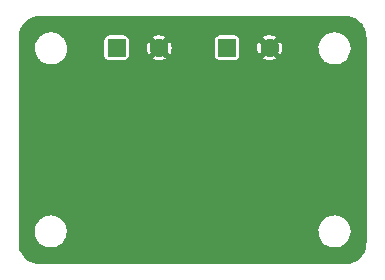
<source format=gbl>
G04 #@! TF.GenerationSoftware,KiCad,Pcbnew,(6.0.7-1)-1*
G04 #@! TF.CreationDate,2024-07-24T16:53:05+03:00*
G04 #@! TF.ProjectId,Thermal,54686572-6d61-46c2-9e6b-696361645f70,rev?*
G04 #@! TF.SameCoordinates,Original*
G04 #@! TF.FileFunction,Copper,L2,Bot*
G04 #@! TF.FilePolarity,Positive*
%FSLAX46Y46*%
G04 Gerber Fmt 4.6, Leading zero omitted, Abs format (unit mm)*
G04 Created by KiCad (PCBNEW (6.0.7-1)-1) date 2024-07-24 16:53:05*
%MOMM*%
%LPD*%
G01*
G04 APERTURE LIST*
G04 Aperture macros list*
%AMRoundRect*
0 Rectangle with rounded corners*
0 $1 Rounding radius*
0 $2 $3 $4 $5 $6 $7 $8 $9 X,Y pos of 4 corners*
0 Add a 4 corners polygon primitive as box body*
4,1,4,$2,$3,$4,$5,$6,$7,$8,$9,$2,$3,0*
0 Add four circle primitives for the rounded corners*
1,1,$1+$1,$2,$3*
1,1,$1+$1,$4,$5*
1,1,$1+$1,$6,$7*
1,1,$1+$1,$8,$9*
0 Add four rect primitives between the rounded corners*
20,1,$1+$1,$2,$3,$4,$5,0*
20,1,$1+$1,$4,$5,$6,$7,0*
20,1,$1+$1,$6,$7,$8,$9,0*
20,1,$1+$1,$8,$9,$2,$3,0*%
G04 Aperture macros list end*
G04 #@! TA.AperFunction,ComponentPad*
%ADD10RoundRect,0.250000X-0.550000X-0.550000X0.550000X-0.550000X0.550000X0.550000X-0.550000X0.550000X0*%
G04 #@! TD*
G04 #@! TA.AperFunction,ComponentPad*
%ADD11C,1.600000*%
G04 #@! TD*
G04 APERTURE END LIST*
D10*
X402900000Y-93950000D03*
D11*
X406500000Y-93950000D03*
D10*
X393550000Y-93950000D03*
D11*
X397150000Y-93950000D03*
G04 #@! TA.AperFunction,Conductor*
G36*
X412950903Y-91256921D02*
G01*
X412963800Y-91259486D01*
X412975972Y-91257065D01*
X412988379Y-91257065D01*
X412988379Y-91257705D01*
X412999158Y-91257029D01*
X413183048Y-91270181D01*
X413203220Y-91271624D01*
X413221014Y-91274182D01*
X413446760Y-91323290D01*
X413464009Y-91328355D01*
X413519156Y-91348923D01*
X413680470Y-91409090D01*
X413696817Y-91416556D01*
X413899582Y-91527275D01*
X413914705Y-91536994D01*
X414099648Y-91675441D01*
X414113234Y-91687214D01*
X414276586Y-91850566D01*
X414288359Y-91864152D01*
X414426806Y-92049095D01*
X414436525Y-92064218D01*
X414547244Y-92266983D01*
X414554710Y-92283330D01*
X414614877Y-92444644D01*
X414635445Y-92499791D01*
X414640510Y-92517040D01*
X414689618Y-92742786D01*
X414692176Y-92760580D01*
X414706547Y-92961505D01*
X414706771Y-92964639D01*
X414706095Y-92975421D01*
X414706735Y-92975421D01*
X414706735Y-92987828D01*
X414704314Y-93000000D01*
X414706735Y-93012170D01*
X414706879Y-93012894D01*
X414709300Y-93037476D01*
X414709300Y-110462524D01*
X414706879Y-110487103D01*
X414704314Y-110500000D01*
X414706735Y-110512172D01*
X414706735Y-110524579D01*
X414706095Y-110524579D01*
X414706771Y-110535358D01*
X414696441Y-110679788D01*
X414692176Y-110739420D01*
X414689618Y-110757214D01*
X414640510Y-110982960D01*
X414635445Y-111000209D01*
X414554710Y-111216670D01*
X414547244Y-111233017D01*
X414436525Y-111435782D01*
X414426806Y-111450905D01*
X414288359Y-111635848D01*
X414276586Y-111649434D01*
X414113234Y-111812786D01*
X414099648Y-111824559D01*
X413914705Y-111963006D01*
X413899582Y-111972725D01*
X413696817Y-112083444D01*
X413680470Y-112090910D01*
X413519156Y-112151077D01*
X413464009Y-112171645D01*
X413446760Y-112176710D01*
X413221014Y-112225818D01*
X413203220Y-112228376D01*
X413183048Y-112229819D01*
X412999158Y-112242971D01*
X412988379Y-112242295D01*
X412988379Y-112242935D01*
X412975972Y-112242935D01*
X412963800Y-112240514D01*
X412950903Y-112243079D01*
X412926324Y-112245500D01*
X387037476Y-112245500D01*
X387012897Y-112243079D01*
X387000000Y-112240514D01*
X386987828Y-112242935D01*
X386975421Y-112242935D01*
X386975421Y-112242295D01*
X386964642Y-112242971D01*
X386780752Y-112229819D01*
X386760580Y-112228376D01*
X386742786Y-112225818D01*
X386517040Y-112176710D01*
X386499791Y-112171645D01*
X386444644Y-112151077D01*
X386283330Y-112090910D01*
X386266983Y-112083444D01*
X386064218Y-111972725D01*
X386049095Y-111963006D01*
X385864152Y-111824559D01*
X385850566Y-111812786D01*
X385687214Y-111649434D01*
X385675441Y-111635848D01*
X385536994Y-111450905D01*
X385527275Y-111435782D01*
X385416556Y-111233017D01*
X385409090Y-111216670D01*
X385328355Y-111000209D01*
X385323290Y-110982960D01*
X385274182Y-110757214D01*
X385271624Y-110739420D01*
X385267359Y-110679788D01*
X385257029Y-110535358D01*
X385257705Y-110524579D01*
X385257065Y-110524579D01*
X385257065Y-110512172D01*
X385259486Y-110500000D01*
X385256921Y-110487103D01*
X385254500Y-110462524D01*
X385254500Y-109435964D01*
X386605912Y-109435964D01*
X386606112Y-109441292D01*
X386606112Y-109441294D01*
X386608264Y-109498599D01*
X386607505Y-109498628D01*
X386607834Y-109500016D01*
X386608140Y-109499989D01*
X386608174Y-109500377D01*
X386608265Y-109501838D01*
X386608323Y-109502085D01*
X386608448Y-109503507D01*
X386614536Y-109665669D01*
X386615631Y-109670888D01*
X386628428Y-109731879D01*
X386627661Y-109732040D01*
X386628641Y-109734316D01*
X386628737Y-109735408D01*
X386630161Y-109740722D01*
X386630264Y-109741307D01*
X386631435Y-109746210D01*
X386661739Y-109890637D01*
X386687165Y-109955021D01*
X386687775Y-109956566D01*
X386688524Y-109958541D01*
X386689897Y-109963663D01*
X386692222Y-109968649D01*
X386692223Y-109968651D01*
X386692747Y-109969775D01*
X386695734Y-109976717D01*
X386746172Y-110104436D01*
X386783073Y-110165246D01*
X386784611Y-110168126D01*
X386784690Y-110168080D01*
X386787439Y-110172841D01*
X386789765Y-110177829D01*
X386792922Y-110182337D01*
X386792924Y-110182341D01*
X386794474Y-110184555D01*
X386798981Y-110191462D01*
X386814079Y-110216342D01*
X386865421Y-110300952D01*
X386868916Y-110304979D01*
X386868917Y-110304981D01*
X386915793Y-110359000D01*
X386919355Y-110363563D01*
X386922147Y-110366890D01*
X386925305Y-110371401D01*
X386931591Y-110377687D01*
X386937661Y-110384201D01*
X387016076Y-110474566D01*
X387020207Y-110477953D01*
X387080109Y-110527070D01*
X387087374Y-110533652D01*
X387088506Y-110534602D01*
X387092399Y-110538495D01*
X387096903Y-110541649D01*
X387096908Y-110541653D01*
X387099736Y-110543633D01*
X387107354Y-110549410D01*
X387189701Y-110616931D01*
X387189707Y-110616935D01*
X387193829Y-110620315D01*
X387198468Y-110622955D01*
X387198467Y-110622955D01*
X387271155Y-110664331D01*
X387281096Y-110670622D01*
X387281460Y-110670877D01*
X387281467Y-110670881D01*
X387285971Y-110674035D01*
X387290955Y-110676359D01*
X387290960Y-110676362D01*
X387293675Y-110677628D01*
X387302752Y-110682318D01*
X387346861Y-110707426D01*
X387393598Y-110734030D01*
X387457468Y-110757214D01*
X387483298Y-110766590D01*
X387493553Y-110770833D01*
X387495148Y-110771577D01*
X387495150Y-110771578D01*
X387500137Y-110773903D01*
X387505453Y-110775327D01*
X387505455Y-110775328D01*
X387506519Y-110775613D01*
X387507502Y-110775876D01*
X387517881Y-110779143D01*
X387609671Y-110812461D01*
X387710243Y-110830648D01*
X387720416Y-110832926D01*
X387728392Y-110835063D01*
X387734790Y-110835623D01*
X387746212Y-110837152D01*
X387835869Y-110853364D01*
X387840008Y-110853559D01*
X387840015Y-110853560D01*
X387858470Y-110854430D01*
X387858477Y-110854430D01*
X387859958Y-110854500D01*
X388021512Y-110854500D01*
X388101244Y-110847735D01*
X388187533Y-110840413D01*
X388187537Y-110840412D01*
X388192844Y-110839962D01*
X388197999Y-110838624D01*
X388198005Y-110838623D01*
X388410168Y-110783556D01*
X388410167Y-110783556D01*
X388415339Y-110782214D01*
X388562212Y-110716052D01*
X388620062Y-110689993D01*
X388620065Y-110689992D01*
X388624923Y-110687803D01*
X388815603Y-110559430D01*
X388842626Y-110533652D01*
X388978071Y-110404443D01*
X388981928Y-110400764D01*
X389119142Y-110216342D01*
X389135304Y-110184555D01*
X389220902Y-110016194D01*
X389220902Y-110016193D01*
X389223320Y-110011438D01*
X389291485Y-109791911D01*
X389321688Y-109564036D01*
X389319336Y-109501401D01*
X389320095Y-109501372D01*
X389319766Y-109499984D01*
X389319460Y-109500011D01*
X389319426Y-109499623D01*
X389319335Y-109498162D01*
X389319277Y-109497915D01*
X389319152Y-109496493D01*
X389316880Y-109435964D01*
X410642112Y-109435964D01*
X410642312Y-109441292D01*
X410642312Y-109441294D01*
X410644464Y-109498599D01*
X410643705Y-109498628D01*
X410644034Y-109500016D01*
X410644340Y-109499989D01*
X410644374Y-109500377D01*
X410644465Y-109501838D01*
X410644523Y-109502085D01*
X410644648Y-109503507D01*
X410650736Y-109665669D01*
X410651831Y-109670888D01*
X410664628Y-109731879D01*
X410663861Y-109732040D01*
X410664841Y-109734316D01*
X410664937Y-109735408D01*
X410666361Y-109740722D01*
X410666464Y-109741307D01*
X410667635Y-109746210D01*
X410697939Y-109890637D01*
X410723365Y-109955021D01*
X410723975Y-109956566D01*
X410724724Y-109958541D01*
X410726097Y-109963663D01*
X410728422Y-109968649D01*
X410728423Y-109968651D01*
X410728947Y-109969775D01*
X410731934Y-109976717D01*
X410782372Y-110104436D01*
X410819273Y-110165246D01*
X410820811Y-110168126D01*
X410820890Y-110168080D01*
X410823639Y-110172841D01*
X410825965Y-110177829D01*
X410829122Y-110182337D01*
X410829124Y-110182341D01*
X410830674Y-110184555D01*
X410835181Y-110191462D01*
X410850279Y-110216342D01*
X410901621Y-110300952D01*
X410905116Y-110304979D01*
X410905117Y-110304981D01*
X410951993Y-110359000D01*
X410955555Y-110363563D01*
X410958347Y-110366890D01*
X410961505Y-110371401D01*
X410967791Y-110377687D01*
X410973861Y-110384201D01*
X411052276Y-110474566D01*
X411056407Y-110477953D01*
X411116309Y-110527070D01*
X411123574Y-110533652D01*
X411124706Y-110534602D01*
X411128599Y-110538495D01*
X411133103Y-110541649D01*
X411133108Y-110541653D01*
X411135936Y-110543633D01*
X411143554Y-110549410D01*
X411225901Y-110616931D01*
X411225907Y-110616935D01*
X411230029Y-110620315D01*
X411234668Y-110622955D01*
X411234667Y-110622955D01*
X411307355Y-110664331D01*
X411317296Y-110670622D01*
X411317660Y-110670877D01*
X411317667Y-110670881D01*
X411322171Y-110674035D01*
X411327155Y-110676359D01*
X411327160Y-110676362D01*
X411329875Y-110677628D01*
X411338952Y-110682318D01*
X411383061Y-110707426D01*
X411429798Y-110734030D01*
X411493668Y-110757214D01*
X411519498Y-110766590D01*
X411529753Y-110770833D01*
X411531348Y-110771577D01*
X411531350Y-110771578D01*
X411536337Y-110773903D01*
X411541653Y-110775327D01*
X411541655Y-110775328D01*
X411542719Y-110775613D01*
X411543702Y-110775876D01*
X411554081Y-110779143D01*
X411645871Y-110812461D01*
X411746443Y-110830648D01*
X411756616Y-110832926D01*
X411764592Y-110835063D01*
X411770990Y-110835623D01*
X411782412Y-110837152D01*
X411872069Y-110853364D01*
X411876208Y-110853559D01*
X411876215Y-110853560D01*
X411894670Y-110854430D01*
X411894677Y-110854430D01*
X411896158Y-110854500D01*
X412057712Y-110854500D01*
X412137444Y-110847735D01*
X412223733Y-110840413D01*
X412223737Y-110840412D01*
X412229044Y-110839962D01*
X412234199Y-110838624D01*
X412234205Y-110838623D01*
X412446368Y-110783556D01*
X412446367Y-110783556D01*
X412451539Y-110782214D01*
X412598412Y-110716052D01*
X412656262Y-110689993D01*
X412656265Y-110689992D01*
X412661123Y-110687803D01*
X412851803Y-110559430D01*
X412878826Y-110533652D01*
X413014271Y-110404443D01*
X413018128Y-110400764D01*
X413155342Y-110216342D01*
X413171504Y-110184555D01*
X413257102Y-110016194D01*
X413257102Y-110016193D01*
X413259520Y-110011438D01*
X413327685Y-109791911D01*
X413357888Y-109564036D01*
X413355536Y-109501401D01*
X413356295Y-109501372D01*
X413355966Y-109499984D01*
X413355660Y-109500011D01*
X413355626Y-109499623D01*
X413355535Y-109498162D01*
X413355477Y-109497915D01*
X413355352Y-109496493D01*
X413349264Y-109334331D01*
X413335372Y-109268121D01*
X413336139Y-109267960D01*
X413335159Y-109265684D01*
X413335063Y-109264592D01*
X413333639Y-109259278D01*
X413333536Y-109258693D01*
X413332362Y-109253778D01*
X413323886Y-109213378D01*
X413302061Y-109109363D01*
X413276025Y-109043434D01*
X413275276Y-109041459D01*
X413273903Y-109036337D01*
X413271053Y-109030225D01*
X413268066Y-109023283D01*
X413217628Y-108895564D01*
X413180727Y-108834754D01*
X413179189Y-108831874D01*
X413179110Y-108831920D01*
X413176361Y-108827159D01*
X413174035Y-108822171D01*
X413170876Y-108817659D01*
X413169326Y-108815445D01*
X413164819Y-108808538D01*
X413101147Y-108703609D01*
X413101145Y-108703606D01*
X413098379Y-108699048D01*
X413048007Y-108641000D01*
X413044445Y-108636437D01*
X413041653Y-108633110D01*
X413038495Y-108628599D01*
X413032209Y-108622313D01*
X413026139Y-108615799D01*
X412951224Y-108529467D01*
X412951222Y-108529465D01*
X412947724Y-108525434D01*
X412883692Y-108472930D01*
X412876426Y-108466348D01*
X412875294Y-108465398D01*
X412871401Y-108461505D01*
X412866897Y-108458351D01*
X412866892Y-108458347D01*
X412864064Y-108456367D01*
X412856446Y-108450590D01*
X412774099Y-108383069D01*
X412774093Y-108383065D01*
X412769971Y-108379685D01*
X412692645Y-108335669D01*
X412682704Y-108329378D01*
X412682340Y-108329123D01*
X412682333Y-108329119D01*
X412677829Y-108325965D01*
X412672845Y-108323641D01*
X412672840Y-108323638D01*
X412670125Y-108322372D01*
X412661048Y-108317682D01*
X412616939Y-108292574D01*
X412570202Y-108265970D01*
X412480502Y-108233410D01*
X412470247Y-108229167D01*
X412468652Y-108228423D01*
X412468650Y-108228422D01*
X412463663Y-108226097D01*
X412458347Y-108224673D01*
X412458345Y-108224672D01*
X412457281Y-108224387D01*
X412456298Y-108224124D01*
X412445919Y-108220857D01*
X412354129Y-108187539D01*
X412253557Y-108169352D01*
X412243384Y-108167074D01*
X412235408Y-108164937D01*
X412229010Y-108164377D01*
X412217588Y-108162848D01*
X412127931Y-108146636D01*
X412123792Y-108146441D01*
X412123785Y-108146440D01*
X412105330Y-108145570D01*
X412105323Y-108145570D01*
X412103842Y-108145500D01*
X411942288Y-108145500D01*
X411862556Y-108152265D01*
X411776267Y-108159587D01*
X411776263Y-108159588D01*
X411770956Y-108160038D01*
X411765801Y-108161376D01*
X411765795Y-108161377D01*
X411593058Y-108206211D01*
X411548461Y-108217786D01*
X411441497Y-108265970D01*
X411343738Y-108310007D01*
X411343735Y-108310008D01*
X411338877Y-108312197D01*
X411148197Y-108440570D01*
X411144340Y-108444249D01*
X411144338Y-108444251D01*
X411118404Y-108468991D01*
X410981872Y-108599236D01*
X410844658Y-108783658D01*
X410842242Y-108788409D01*
X410842240Y-108788413D01*
X410742898Y-108983806D01*
X410740480Y-108988562D01*
X410672315Y-109208089D01*
X410642112Y-109435964D01*
X389316880Y-109435964D01*
X389313064Y-109334331D01*
X389299172Y-109268121D01*
X389299939Y-109267960D01*
X389298959Y-109265684D01*
X389298863Y-109264592D01*
X389297439Y-109259278D01*
X389297336Y-109258693D01*
X389296162Y-109253778D01*
X389287686Y-109213378D01*
X389265861Y-109109363D01*
X389239825Y-109043434D01*
X389239076Y-109041459D01*
X389237703Y-109036337D01*
X389234853Y-109030225D01*
X389231866Y-109023283D01*
X389181428Y-108895564D01*
X389144527Y-108834754D01*
X389142989Y-108831874D01*
X389142910Y-108831920D01*
X389140161Y-108827159D01*
X389137835Y-108822171D01*
X389134676Y-108817659D01*
X389133126Y-108815445D01*
X389128619Y-108808538D01*
X389064947Y-108703609D01*
X389064945Y-108703606D01*
X389062179Y-108699048D01*
X389011807Y-108641000D01*
X389008245Y-108636437D01*
X389005453Y-108633110D01*
X389002295Y-108628599D01*
X388996009Y-108622313D01*
X388989939Y-108615799D01*
X388915024Y-108529467D01*
X388915022Y-108529465D01*
X388911524Y-108525434D01*
X388847492Y-108472930D01*
X388840226Y-108466348D01*
X388839094Y-108465398D01*
X388835201Y-108461505D01*
X388830697Y-108458351D01*
X388830692Y-108458347D01*
X388827864Y-108456367D01*
X388820246Y-108450590D01*
X388737899Y-108383069D01*
X388737893Y-108383065D01*
X388733771Y-108379685D01*
X388656445Y-108335669D01*
X388646504Y-108329378D01*
X388646140Y-108329123D01*
X388646133Y-108329119D01*
X388641629Y-108325965D01*
X388636645Y-108323641D01*
X388636640Y-108323638D01*
X388633925Y-108322372D01*
X388624848Y-108317682D01*
X388580739Y-108292574D01*
X388534002Y-108265970D01*
X388444302Y-108233410D01*
X388434047Y-108229167D01*
X388432452Y-108228423D01*
X388432450Y-108228422D01*
X388427463Y-108226097D01*
X388422147Y-108224673D01*
X388422145Y-108224672D01*
X388421081Y-108224387D01*
X388420098Y-108224124D01*
X388409719Y-108220857D01*
X388317929Y-108187539D01*
X388217357Y-108169352D01*
X388207184Y-108167074D01*
X388199208Y-108164937D01*
X388192810Y-108164377D01*
X388181388Y-108162848D01*
X388091731Y-108146636D01*
X388087592Y-108146441D01*
X388087585Y-108146440D01*
X388069130Y-108145570D01*
X388069123Y-108145570D01*
X388067642Y-108145500D01*
X387906088Y-108145500D01*
X387826356Y-108152265D01*
X387740067Y-108159587D01*
X387740063Y-108159588D01*
X387734756Y-108160038D01*
X387729601Y-108161376D01*
X387729595Y-108161377D01*
X387556858Y-108206211D01*
X387512261Y-108217786D01*
X387405297Y-108265970D01*
X387307538Y-108310007D01*
X387307535Y-108310008D01*
X387302677Y-108312197D01*
X387111997Y-108440570D01*
X387108140Y-108444249D01*
X387108138Y-108444251D01*
X387082204Y-108468991D01*
X386945672Y-108599236D01*
X386808458Y-108783658D01*
X386806042Y-108788409D01*
X386806040Y-108788413D01*
X386706698Y-108983806D01*
X386704280Y-108988562D01*
X386636115Y-109208089D01*
X386605912Y-109435964D01*
X385254500Y-109435964D01*
X385254500Y-93935964D01*
X386642112Y-93935964D01*
X386642312Y-93941292D01*
X386642312Y-93941294D01*
X386644464Y-93998599D01*
X386643705Y-93998628D01*
X386644034Y-94000016D01*
X386644340Y-93999989D01*
X386644374Y-94000377D01*
X386644465Y-94001838D01*
X386644523Y-94002085D01*
X386644648Y-94003507D01*
X386650736Y-94165669D01*
X386651831Y-94170888D01*
X386664628Y-94231879D01*
X386663861Y-94232040D01*
X386664841Y-94234316D01*
X386664937Y-94235408D01*
X386666361Y-94240722D01*
X386666464Y-94241307D01*
X386667635Y-94246210D01*
X386697939Y-94390637D01*
X386723365Y-94455021D01*
X386723975Y-94456566D01*
X386724724Y-94458541D01*
X386726097Y-94463663D01*
X386728420Y-94468644D01*
X386728947Y-94469775D01*
X386731934Y-94476717D01*
X386782372Y-94604436D01*
X386819273Y-94665246D01*
X386820811Y-94668126D01*
X386820890Y-94668080D01*
X386823639Y-94672841D01*
X386825965Y-94677829D01*
X386829122Y-94682337D01*
X386829124Y-94682341D01*
X386830674Y-94684555D01*
X386835181Y-94691462D01*
X386871884Y-94751946D01*
X386901621Y-94800952D01*
X386905116Y-94804979D01*
X386905117Y-94804981D01*
X386951993Y-94859000D01*
X386955555Y-94863563D01*
X386958347Y-94866890D01*
X386961505Y-94871401D01*
X386967791Y-94877687D01*
X386973861Y-94884201D01*
X387023747Y-94941689D01*
X387052276Y-94974566D01*
X387081650Y-94998651D01*
X387116309Y-95027070D01*
X387123574Y-95033652D01*
X387124706Y-95034602D01*
X387128599Y-95038495D01*
X387133103Y-95041649D01*
X387133108Y-95041653D01*
X387135936Y-95043633D01*
X387143554Y-95049410D01*
X387225901Y-95116931D01*
X387225907Y-95116935D01*
X387230029Y-95120315D01*
X387234668Y-95122955D01*
X387234667Y-95122955D01*
X387307355Y-95164331D01*
X387317296Y-95170622D01*
X387317660Y-95170877D01*
X387317667Y-95170881D01*
X387322171Y-95174035D01*
X387327155Y-95176359D01*
X387327160Y-95176362D01*
X387329875Y-95177628D01*
X387338952Y-95182318D01*
X387383061Y-95207426D01*
X387429798Y-95234030D01*
X387519498Y-95266590D01*
X387529753Y-95270833D01*
X387531348Y-95271577D01*
X387531350Y-95271578D01*
X387536337Y-95273903D01*
X387541653Y-95275327D01*
X387541655Y-95275328D01*
X387542719Y-95275613D01*
X387543702Y-95275876D01*
X387554081Y-95279143D01*
X387645871Y-95312461D01*
X387746443Y-95330648D01*
X387756616Y-95332926D01*
X387764592Y-95335063D01*
X387770990Y-95335623D01*
X387782412Y-95337152D01*
X387872069Y-95353364D01*
X387876208Y-95353559D01*
X387876215Y-95353560D01*
X387894670Y-95354430D01*
X387894677Y-95354430D01*
X387896158Y-95354500D01*
X388057712Y-95354500D01*
X388137444Y-95347735D01*
X388223733Y-95340413D01*
X388223737Y-95340412D01*
X388229044Y-95339962D01*
X388234199Y-95338624D01*
X388234205Y-95338623D01*
X388446368Y-95283556D01*
X388446367Y-95283556D01*
X388451539Y-95282214D01*
X388598412Y-95216052D01*
X388656262Y-95189993D01*
X388656265Y-95189992D01*
X388661123Y-95187803D01*
X388851803Y-95059430D01*
X388878826Y-95033652D01*
X388944991Y-94970533D01*
X389018128Y-94900764D01*
X389046007Y-94863294D01*
X389152156Y-94720624D01*
X389155342Y-94716342D01*
X389171504Y-94684555D01*
X389241055Y-94547756D01*
X392495500Y-94547756D01*
X392502202Y-94609448D01*
X392552929Y-94744764D01*
X392558309Y-94751943D01*
X392558311Y-94751946D01*
X392591621Y-94796391D01*
X392639596Y-94860404D01*
X392646776Y-94865785D01*
X392748054Y-94941689D01*
X392748057Y-94941691D01*
X392755236Y-94947071D01*
X392817822Y-94970533D01*
X392883157Y-94995026D01*
X392883159Y-94995026D01*
X392890552Y-94997798D01*
X392898402Y-94998651D01*
X392898403Y-94998651D01*
X392948847Y-95004131D01*
X392952244Y-95004500D01*
X394147756Y-95004500D01*
X394151153Y-95004131D01*
X394201597Y-94998651D01*
X394201598Y-94998651D01*
X394209448Y-94997798D01*
X394216841Y-94995026D01*
X394216843Y-94995026D01*
X394282178Y-94970533D01*
X394344764Y-94947071D01*
X394351943Y-94941691D01*
X394351946Y-94941689D01*
X394453224Y-94865785D01*
X394460404Y-94860404D01*
X394465999Y-94852938D01*
X396611892Y-94852938D01*
X396616801Y-94859496D01*
X396720612Y-94917514D01*
X396731851Y-94922424D01*
X396916715Y-94982490D01*
X396928689Y-94985123D01*
X397121708Y-95008139D01*
X397133957Y-95008396D01*
X397327769Y-94993483D01*
X397339849Y-94991352D01*
X397527061Y-94939081D01*
X397538494Y-94934647D01*
X397679749Y-94863294D01*
X397690033Y-94853649D01*
X397687795Y-94847005D01*
X397388546Y-94547756D01*
X401845500Y-94547756D01*
X401852202Y-94609448D01*
X401902929Y-94744764D01*
X401908309Y-94751943D01*
X401908311Y-94751946D01*
X401941621Y-94796391D01*
X401989596Y-94860404D01*
X401996776Y-94865785D01*
X402098054Y-94941689D01*
X402098057Y-94941691D01*
X402105236Y-94947071D01*
X402167822Y-94970533D01*
X402233157Y-94995026D01*
X402233159Y-94995026D01*
X402240552Y-94997798D01*
X402248402Y-94998651D01*
X402248403Y-94998651D01*
X402298847Y-95004131D01*
X402302244Y-95004500D01*
X403497756Y-95004500D01*
X403501153Y-95004131D01*
X403551597Y-94998651D01*
X403551598Y-94998651D01*
X403559448Y-94997798D01*
X403566841Y-94995026D01*
X403566843Y-94995026D01*
X403632178Y-94970533D01*
X403694764Y-94947071D01*
X403701943Y-94941691D01*
X403701946Y-94941689D01*
X403803224Y-94865785D01*
X403810404Y-94860404D01*
X403815999Y-94852938D01*
X405961892Y-94852938D01*
X405966801Y-94859496D01*
X406070612Y-94917514D01*
X406081851Y-94922424D01*
X406266715Y-94982490D01*
X406278689Y-94985123D01*
X406471708Y-95008139D01*
X406483957Y-95008396D01*
X406677769Y-94993483D01*
X406689849Y-94991352D01*
X406877061Y-94939081D01*
X406888494Y-94934647D01*
X407029749Y-94863294D01*
X407040033Y-94853649D01*
X407037795Y-94847005D01*
X406512812Y-94322022D01*
X406498868Y-94314408D01*
X406497035Y-94314539D01*
X406490420Y-94318790D01*
X405968652Y-94840558D01*
X405961892Y-94852938D01*
X403815999Y-94852938D01*
X403858379Y-94796391D01*
X403891689Y-94751946D01*
X403891691Y-94751943D01*
X403897071Y-94744764D01*
X403947798Y-94609448D01*
X403954500Y-94547756D01*
X403954500Y-93941357D01*
X405441519Y-93941357D01*
X405457783Y-94135049D01*
X405459997Y-94147108D01*
X405513576Y-94333961D01*
X405518089Y-94345358D01*
X405586984Y-94479414D01*
X405596701Y-94489632D01*
X405603502Y-94487288D01*
X406127978Y-93962812D01*
X406134356Y-93951132D01*
X406864408Y-93951132D01*
X406864539Y-93952965D01*
X406868790Y-93959580D01*
X407390401Y-94481191D01*
X407402781Y-94487951D01*
X407409515Y-94482910D01*
X407464490Y-94386138D01*
X407469483Y-94374922D01*
X407530834Y-94190494D01*
X407533554Y-94178523D01*
X407558244Y-93983075D01*
X407558736Y-93976048D01*
X407559051Y-93953523D01*
X407558756Y-93946494D01*
X407557724Y-93935964D01*
X410642112Y-93935964D01*
X410642312Y-93941292D01*
X410642312Y-93941294D01*
X410644464Y-93998599D01*
X410643705Y-93998628D01*
X410644034Y-94000016D01*
X410644340Y-93999989D01*
X410644374Y-94000377D01*
X410644465Y-94001838D01*
X410644523Y-94002085D01*
X410644648Y-94003507D01*
X410650736Y-94165669D01*
X410651831Y-94170888D01*
X410664628Y-94231879D01*
X410663861Y-94232040D01*
X410664841Y-94234316D01*
X410664937Y-94235408D01*
X410666361Y-94240722D01*
X410666464Y-94241307D01*
X410667635Y-94246210D01*
X410697939Y-94390637D01*
X410723365Y-94455021D01*
X410723975Y-94456566D01*
X410724724Y-94458541D01*
X410726097Y-94463663D01*
X410728420Y-94468644D01*
X410728947Y-94469775D01*
X410731934Y-94476717D01*
X410782372Y-94604436D01*
X410819273Y-94665246D01*
X410820811Y-94668126D01*
X410820890Y-94668080D01*
X410823639Y-94672841D01*
X410825965Y-94677829D01*
X410829122Y-94682337D01*
X410829124Y-94682341D01*
X410830674Y-94684555D01*
X410835181Y-94691462D01*
X410871884Y-94751946D01*
X410901621Y-94800952D01*
X410905116Y-94804979D01*
X410905117Y-94804981D01*
X410951993Y-94859000D01*
X410955555Y-94863563D01*
X410958347Y-94866890D01*
X410961505Y-94871401D01*
X410967791Y-94877687D01*
X410973861Y-94884201D01*
X411023747Y-94941689D01*
X411052276Y-94974566D01*
X411081650Y-94998651D01*
X411116309Y-95027070D01*
X411123574Y-95033652D01*
X411124706Y-95034602D01*
X411128599Y-95038495D01*
X411133103Y-95041649D01*
X411133108Y-95041653D01*
X411135936Y-95043633D01*
X411143554Y-95049410D01*
X411225901Y-95116931D01*
X411225907Y-95116935D01*
X411230029Y-95120315D01*
X411234668Y-95122955D01*
X411234667Y-95122955D01*
X411307355Y-95164331D01*
X411317296Y-95170622D01*
X411317660Y-95170877D01*
X411317667Y-95170881D01*
X411322171Y-95174035D01*
X411327155Y-95176359D01*
X411327160Y-95176362D01*
X411329875Y-95177628D01*
X411338952Y-95182318D01*
X411383061Y-95207426D01*
X411429798Y-95234030D01*
X411519498Y-95266590D01*
X411529753Y-95270833D01*
X411531348Y-95271577D01*
X411531350Y-95271578D01*
X411536337Y-95273903D01*
X411541653Y-95275327D01*
X411541655Y-95275328D01*
X411542719Y-95275613D01*
X411543702Y-95275876D01*
X411554081Y-95279143D01*
X411645871Y-95312461D01*
X411746443Y-95330648D01*
X411756616Y-95332926D01*
X411764592Y-95335063D01*
X411770990Y-95335623D01*
X411782412Y-95337152D01*
X411872069Y-95353364D01*
X411876208Y-95353559D01*
X411876215Y-95353560D01*
X411894670Y-95354430D01*
X411894677Y-95354430D01*
X411896158Y-95354500D01*
X412057712Y-95354500D01*
X412137444Y-95347735D01*
X412223733Y-95340413D01*
X412223737Y-95340412D01*
X412229044Y-95339962D01*
X412234199Y-95338624D01*
X412234205Y-95338623D01*
X412446368Y-95283556D01*
X412446367Y-95283556D01*
X412451539Y-95282214D01*
X412598412Y-95216052D01*
X412656262Y-95189993D01*
X412656265Y-95189992D01*
X412661123Y-95187803D01*
X412851803Y-95059430D01*
X412878826Y-95033652D01*
X412944991Y-94970533D01*
X413018128Y-94900764D01*
X413046007Y-94863294D01*
X413152156Y-94720624D01*
X413155342Y-94716342D01*
X413171504Y-94684555D01*
X413257102Y-94516194D01*
X413257102Y-94516193D01*
X413259520Y-94511438D01*
X413320659Y-94314539D01*
X413326103Y-94297006D01*
X413327685Y-94291911D01*
X413345124Y-94160338D01*
X413357188Y-94069319D01*
X413357188Y-94069316D01*
X413357888Y-94064036D01*
X413355536Y-94001401D01*
X413356295Y-94001372D01*
X413355966Y-93999984D01*
X413355660Y-94000011D01*
X413355626Y-93999623D01*
X413355535Y-93998162D01*
X413355477Y-93997915D01*
X413355352Y-93996493D01*
X413349264Y-93834331D01*
X413335372Y-93768121D01*
X413336139Y-93767960D01*
X413335159Y-93765684D01*
X413335063Y-93764592D01*
X413333639Y-93759278D01*
X413333536Y-93758693D01*
X413332362Y-93753778D01*
X413331658Y-93750419D01*
X413302061Y-93609363D01*
X413276025Y-93543434D01*
X413275276Y-93541459D01*
X413273903Y-93536337D01*
X413271053Y-93530225D01*
X413268066Y-93523283D01*
X413217628Y-93395564D01*
X413180727Y-93334754D01*
X413179189Y-93331874D01*
X413179110Y-93331920D01*
X413176361Y-93327159D01*
X413174035Y-93322171D01*
X413170876Y-93317659D01*
X413169326Y-93315445D01*
X413164819Y-93308538D01*
X413101147Y-93203609D01*
X413101145Y-93203606D01*
X413098379Y-93199048D01*
X413067653Y-93163640D01*
X413048007Y-93141000D01*
X413044445Y-93136437D01*
X413041653Y-93133110D01*
X413038495Y-93128599D01*
X413032209Y-93122313D01*
X413026139Y-93115799D01*
X412951224Y-93029467D01*
X412951222Y-93029465D01*
X412947724Y-93025434D01*
X412883692Y-92972930D01*
X412876426Y-92966348D01*
X412875294Y-92965398D01*
X412871401Y-92961505D01*
X412866897Y-92958351D01*
X412866892Y-92958347D01*
X412864064Y-92956367D01*
X412856446Y-92950590D01*
X412774099Y-92883069D01*
X412774093Y-92883065D01*
X412769971Y-92879685D01*
X412692645Y-92835669D01*
X412682704Y-92829378D01*
X412682340Y-92829123D01*
X412682333Y-92829119D01*
X412677829Y-92825965D01*
X412672845Y-92823641D01*
X412672840Y-92823638D01*
X412670125Y-92822372D01*
X412661048Y-92817682D01*
X412616939Y-92792574D01*
X412570202Y-92765970D01*
X412480502Y-92733410D01*
X412470247Y-92729167D01*
X412468652Y-92728423D01*
X412468650Y-92728422D01*
X412463663Y-92726097D01*
X412458347Y-92724673D01*
X412458345Y-92724672D01*
X412457281Y-92724387D01*
X412456298Y-92724124D01*
X412445919Y-92720857D01*
X412354129Y-92687539D01*
X412253557Y-92669352D01*
X412243384Y-92667074D01*
X412235408Y-92664937D01*
X412229010Y-92664377D01*
X412217588Y-92662848D01*
X412127931Y-92646636D01*
X412123792Y-92646441D01*
X412123785Y-92646440D01*
X412105330Y-92645570D01*
X412105323Y-92645570D01*
X412103842Y-92645500D01*
X411942288Y-92645500D01*
X411862556Y-92652265D01*
X411776267Y-92659587D01*
X411776263Y-92659588D01*
X411770956Y-92660038D01*
X411765801Y-92661376D01*
X411765795Y-92661377D01*
X411593058Y-92706211D01*
X411548461Y-92717786D01*
X411441497Y-92765970D01*
X411343738Y-92810007D01*
X411343735Y-92810008D01*
X411338877Y-92812197D01*
X411148197Y-92940570D01*
X411144340Y-92944249D01*
X411144338Y-92944251D01*
X411105225Y-92981563D01*
X410981872Y-93099236D01*
X410844658Y-93283658D01*
X410842242Y-93288409D01*
X410842240Y-93288413D01*
X410776123Y-93418457D01*
X410740480Y-93488562D01*
X410672315Y-93708089D01*
X410642112Y-93935964D01*
X407557724Y-93935964D01*
X407539531Y-93750419D01*
X407537148Y-93738384D01*
X407480968Y-93552308D01*
X407476294Y-93540967D01*
X407412577Y-93421133D01*
X407402717Y-93411052D01*
X407395589Y-93413621D01*
X406872022Y-93937188D01*
X406864408Y-93951132D01*
X406134356Y-93951132D01*
X406135592Y-93948868D01*
X406135461Y-93947035D01*
X406131210Y-93940420D01*
X405609247Y-93418457D01*
X405596867Y-93411697D01*
X405590479Y-93416479D01*
X405529510Y-93527381D01*
X405524682Y-93538645D01*
X405465906Y-93723931D01*
X405463358Y-93735920D01*
X405441690Y-93929088D01*
X405441519Y-93941357D01*
X403954500Y-93941357D01*
X403954500Y-93352244D01*
X403947798Y-93290552D01*
X403943609Y-93279376D01*
X403913495Y-93199048D01*
X403897071Y-93155236D01*
X403891691Y-93148057D01*
X403891689Y-93148054D01*
X403815962Y-93047012D01*
X405960730Y-93047012D01*
X405963183Y-93053973D01*
X406487188Y-93577978D01*
X406501132Y-93585592D01*
X406502965Y-93585461D01*
X406509580Y-93581210D01*
X407031777Y-93059013D01*
X407038537Y-93046633D01*
X407033878Y-93040410D01*
X406915836Y-92976585D01*
X406904531Y-92971833D01*
X406718849Y-92914354D01*
X406706836Y-92911888D01*
X406513522Y-92891570D01*
X406501254Y-92891485D01*
X406307683Y-92909101D01*
X406295634Y-92911399D01*
X406109163Y-92966281D01*
X406097795Y-92970874D01*
X405970879Y-93037224D01*
X405960730Y-93047012D01*
X403815962Y-93047012D01*
X403815785Y-93046776D01*
X403810404Y-93039596D01*
X403786988Y-93022047D01*
X403701946Y-92958311D01*
X403701943Y-92958309D01*
X403694764Y-92952929D01*
X403585286Y-92911888D01*
X403566843Y-92904974D01*
X403566841Y-92904974D01*
X403559448Y-92902202D01*
X403551598Y-92901349D01*
X403551597Y-92901349D01*
X403501153Y-92895869D01*
X403501152Y-92895869D01*
X403497756Y-92895500D01*
X402302244Y-92895500D01*
X402298848Y-92895869D01*
X402298847Y-92895869D01*
X402248403Y-92901349D01*
X402248402Y-92901349D01*
X402240552Y-92902202D01*
X402233159Y-92904974D01*
X402233157Y-92904974D01*
X402214714Y-92911888D01*
X402105236Y-92952929D01*
X402098057Y-92958309D01*
X402098054Y-92958311D01*
X402013012Y-93022047D01*
X401989596Y-93039596D01*
X401984215Y-93046776D01*
X401908311Y-93148054D01*
X401908309Y-93148057D01*
X401902929Y-93155236D01*
X401886505Y-93199048D01*
X401856392Y-93279376D01*
X401852202Y-93290552D01*
X401845500Y-93352244D01*
X401845500Y-94547756D01*
X397388546Y-94547756D01*
X397162812Y-94322022D01*
X397148868Y-94314408D01*
X397147035Y-94314539D01*
X397140420Y-94318790D01*
X396618652Y-94840558D01*
X396611892Y-94852938D01*
X394465999Y-94852938D01*
X394508379Y-94796391D01*
X394541689Y-94751946D01*
X394541691Y-94751943D01*
X394547071Y-94744764D01*
X394597798Y-94609448D01*
X394604500Y-94547756D01*
X394604500Y-93941357D01*
X396091519Y-93941357D01*
X396107783Y-94135049D01*
X396109997Y-94147108D01*
X396163576Y-94333961D01*
X396168089Y-94345358D01*
X396236984Y-94479414D01*
X396246701Y-94489632D01*
X396253502Y-94487288D01*
X396777978Y-93962812D01*
X396784356Y-93951132D01*
X397514408Y-93951132D01*
X397514539Y-93952965D01*
X397518790Y-93959580D01*
X398040401Y-94481191D01*
X398052781Y-94487951D01*
X398059515Y-94482910D01*
X398114490Y-94386138D01*
X398119483Y-94374922D01*
X398180834Y-94190494D01*
X398183554Y-94178523D01*
X398208244Y-93983075D01*
X398208736Y-93976048D01*
X398209051Y-93953523D01*
X398208756Y-93946494D01*
X398189531Y-93750419D01*
X398187148Y-93738384D01*
X398130968Y-93552308D01*
X398126294Y-93540967D01*
X398062577Y-93421133D01*
X398052717Y-93411052D01*
X398045589Y-93413621D01*
X397522022Y-93937188D01*
X397514408Y-93951132D01*
X396784356Y-93951132D01*
X396785592Y-93948868D01*
X396785461Y-93947035D01*
X396781210Y-93940420D01*
X396259247Y-93418457D01*
X396246867Y-93411697D01*
X396240479Y-93416479D01*
X396179510Y-93527381D01*
X396174682Y-93538645D01*
X396115906Y-93723931D01*
X396113358Y-93735920D01*
X396091690Y-93929088D01*
X396091519Y-93941357D01*
X394604500Y-93941357D01*
X394604500Y-93352244D01*
X394597798Y-93290552D01*
X394593609Y-93279376D01*
X394563495Y-93199048D01*
X394547071Y-93155236D01*
X394541691Y-93148057D01*
X394541689Y-93148054D01*
X394465962Y-93047012D01*
X396610730Y-93047012D01*
X396613183Y-93053973D01*
X397137188Y-93577978D01*
X397151132Y-93585592D01*
X397152965Y-93585461D01*
X397159580Y-93581210D01*
X397681777Y-93059013D01*
X397688537Y-93046633D01*
X397683878Y-93040410D01*
X397565836Y-92976585D01*
X397554531Y-92971833D01*
X397368849Y-92914354D01*
X397356836Y-92911888D01*
X397163522Y-92891570D01*
X397151254Y-92891485D01*
X396957683Y-92909101D01*
X396945634Y-92911399D01*
X396759163Y-92966281D01*
X396747795Y-92970874D01*
X396620879Y-93037224D01*
X396610730Y-93047012D01*
X394465962Y-93047012D01*
X394465785Y-93046776D01*
X394460404Y-93039596D01*
X394436988Y-93022047D01*
X394351946Y-92958311D01*
X394351943Y-92958309D01*
X394344764Y-92952929D01*
X394235286Y-92911888D01*
X394216843Y-92904974D01*
X394216841Y-92904974D01*
X394209448Y-92902202D01*
X394201598Y-92901349D01*
X394201597Y-92901349D01*
X394151153Y-92895869D01*
X394151152Y-92895869D01*
X394147756Y-92895500D01*
X392952244Y-92895500D01*
X392948848Y-92895869D01*
X392948847Y-92895869D01*
X392898403Y-92901349D01*
X392898402Y-92901349D01*
X392890552Y-92902202D01*
X392883159Y-92904974D01*
X392883157Y-92904974D01*
X392864714Y-92911888D01*
X392755236Y-92952929D01*
X392748057Y-92958309D01*
X392748054Y-92958311D01*
X392663012Y-93022047D01*
X392639596Y-93039596D01*
X392634215Y-93046776D01*
X392558311Y-93148054D01*
X392558309Y-93148057D01*
X392552929Y-93155236D01*
X392536505Y-93199048D01*
X392506392Y-93279376D01*
X392502202Y-93290552D01*
X392495500Y-93352244D01*
X392495500Y-94547756D01*
X389241055Y-94547756D01*
X389257102Y-94516194D01*
X389257102Y-94516193D01*
X389259520Y-94511438D01*
X389320659Y-94314539D01*
X389326103Y-94297006D01*
X389327685Y-94291911D01*
X389345124Y-94160338D01*
X389357188Y-94069319D01*
X389357188Y-94069316D01*
X389357888Y-94064036D01*
X389355536Y-94001401D01*
X389356295Y-94001372D01*
X389355966Y-93999984D01*
X389355660Y-94000011D01*
X389355626Y-93999623D01*
X389355535Y-93998162D01*
X389355477Y-93997915D01*
X389355352Y-93996493D01*
X389349264Y-93834331D01*
X389335372Y-93768121D01*
X389336139Y-93767960D01*
X389335159Y-93765684D01*
X389335063Y-93764592D01*
X389333639Y-93759278D01*
X389333536Y-93758693D01*
X389332362Y-93753778D01*
X389331658Y-93750419D01*
X389302061Y-93609363D01*
X389276025Y-93543434D01*
X389275276Y-93541459D01*
X389273903Y-93536337D01*
X389271053Y-93530225D01*
X389268066Y-93523283D01*
X389217628Y-93395564D01*
X389180727Y-93334754D01*
X389179189Y-93331874D01*
X389179110Y-93331920D01*
X389176361Y-93327159D01*
X389174035Y-93322171D01*
X389170876Y-93317659D01*
X389169326Y-93315445D01*
X389164819Y-93308538D01*
X389101147Y-93203609D01*
X389101145Y-93203606D01*
X389098379Y-93199048D01*
X389067653Y-93163640D01*
X389048007Y-93141000D01*
X389044445Y-93136437D01*
X389041653Y-93133110D01*
X389038495Y-93128599D01*
X389032209Y-93122313D01*
X389026139Y-93115799D01*
X388951224Y-93029467D01*
X388951222Y-93029465D01*
X388947724Y-93025434D01*
X388883692Y-92972930D01*
X388876426Y-92966348D01*
X388875294Y-92965398D01*
X388871401Y-92961505D01*
X388866897Y-92958351D01*
X388866892Y-92958347D01*
X388864064Y-92956367D01*
X388856446Y-92950590D01*
X388774099Y-92883069D01*
X388774093Y-92883065D01*
X388769971Y-92879685D01*
X388692645Y-92835669D01*
X388682704Y-92829378D01*
X388682340Y-92829123D01*
X388682333Y-92829119D01*
X388677829Y-92825965D01*
X388672845Y-92823641D01*
X388672840Y-92823638D01*
X388670125Y-92822372D01*
X388661048Y-92817682D01*
X388616939Y-92792574D01*
X388570202Y-92765970D01*
X388480502Y-92733410D01*
X388470247Y-92729167D01*
X388468652Y-92728423D01*
X388468650Y-92728422D01*
X388463663Y-92726097D01*
X388458347Y-92724673D01*
X388458345Y-92724672D01*
X388457281Y-92724387D01*
X388456298Y-92724124D01*
X388445919Y-92720857D01*
X388354129Y-92687539D01*
X388253557Y-92669352D01*
X388243384Y-92667074D01*
X388235408Y-92664937D01*
X388229010Y-92664377D01*
X388217588Y-92662848D01*
X388127931Y-92646636D01*
X388123792Y-92646441D01*
X388123785Y-92646440D01*
X388105330Y-92645570D01*
X388105323Y-92645570D01*
X388103842Y-92645500D01*
X387942288Y-92645500D01*
X387862556Y-92652265D01*
X387776267Y-92659587D01*
X387776263Y-92659588D01*
X387770956Y-92660038D01*
X387765801Y-92661376D01*
X387765795Y-92661377D01*
X387593058Y-92706211D01*
X387548461Y-92717786D01*
X387441497Y-92765970D01*
X387343738Y-92810007D01*
X387343735Y-92810008D01*
X387338877Y-92812197D01*
X387148197Y-92940570D01*
X387144340Y-92944249D01*
X387144338Y-92944251D01*
X387105225Y-92981563D01*
X386981872Y-93099236D01*
X386844658Y-93283658D01*
X386842242Y-93288409D01*
X386842240Y-93288413D01*
X386776123Y-93418457D01*
X386740480Y-93488562D01*
X386672315Y-93708089D01*
X386642112Y-93935964D01*
X385254500Y-93935964D01*
X385254500Y-93037476D01*
X385256921Y-93012894D01*
X385257065Y-93012170D01*
X385259486Y-93000000D01*
X385257065Y-92987828D01*
X385257065Y-92975421D01*
X385257705Y-92975421D01*
X385257029Y-92964639D01*
X385257254Y-92961505D01*
X385271624Y-92760580D01*
X385274182Y-92742786D01*
X385323290Y-92517040D01*
X385328355Y-92499791D01*
X385348923Y-92444644D01*
X385409090Y-92283330D01*
X385416556Y-92266983D01*
X385527275Y-92064218D01*
X385536994Y-92049095D01*
X385675441Y-91864152D01*
X385687214Y-91850566D01*
X385850566Y-91687214D01*
X385864152Y-91675441D01*
X386049095Y-91536994D01*
X386064218Y-91527275D01*
X386266983Y-91416556D01*
X386283330Y-91409090D01*
X386444644Y-91348923D01*
X386499791Y-91328355D01*
X386517040Y-91323290D01*
X386742786Y-91274182D01*
X386760580Y-91271624D01*
X386780752Y-91270181D01*
X386964642Y-91257029D01*
X386975421Y-91257705D01*
X386975421Y-91257065D01*
X386987828Y-91257065D01*
X387000000Y-91259486D01*
X387012897Y-91256921D01*
X387037476Y-91254500D01*
X412926324Y-91254500D01*
X412950903Y-91256921D01*
G37*
G04 #@! TD.AperFunction*
M02*

</source>
